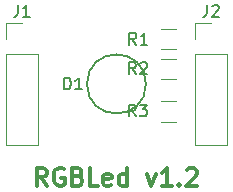
<source format=gbr>
G04 #@! TF.GenerationSoftware,KiCad,Pcbnew,(5.0.0)*
G04 #@! TF.CreationDate,2019-05-30T11:47:06+02:00*
G04 #@! TF.ProjectId,RGBLed_MDversion,5247424C65645F4D4476657273696F6E,rev?*
G04 #@! TF.SameCoordinates,Original*
G04 #@! TF.FileFunction,Legend,Top*
G04 #@! TF.FilePolarity,Positive*
%FSLAX46Y46*%
G04 Gerber Fmt 4.6, Leading zero omitted, Abs format (unit mm)*
G04 Created by KiCad (PCBNEW (5.0.0)) date 05/30/19 11:47:06*
%MOMM*%
%LPD*%
G01*
G04 APERTURE LIST*
%ADD10C,0.300000*%
%ADD11C,0.120000*%
%ADD12C,0.150000*%
G04 APERTURE END LIST*
D10*
X144107142Y-103608571D02*
X143607142Y-102894285D01*
X143250000Y-103608571D02*
X143250000Y-102108571D01*
X143821428Y-102108571D01*
X143964285Y-102180000D01*
X144035714Y-102251428D01*
X144107142Y-102394285D01*
X144107142Y-102608571D01*
X144035714Y-102751428D01*
X143964285Y-102822857D01*
X143821428Y-102894285D01*
X143250000Y-102894285D01*
X145535714Y-102180000D02*
X145392857Y-102108571D01*
X145178571Y-102108571D01*
X144964285Y-102180000D01*
X144821428Y-102322857D01*
X144750000Y-102465714D01*
X144678571Y-102751428D01*
X144678571Y-102965714D01*
X144750000Y-103251428D01*
X144821428Y-103394285D01*
X144964285Y-103537142D01*
X145178571Y-103608571D01*
X145321428Y-103608571D01*
X145535714Y-103537142D01*
X145607142Y-103465714D01*
X145607142Y-102965714D01*
X145321428Y-102965714D01*
X146750000Y-102822857D02*
X146964285Y-102894285D01*
X147035714Y-102965714D01*
X147107142Y-103108571D01*
X147107142Y-103322857D01*
X147035714Y-103465714D01*
X146964285Y-103537142D01*
X146821428Y-103608571D01*
X146250000Y-103608571D01*
X146250000Y-102108571D01*
X146750000Y-102108571D01*
X146892857Y-102180000D01*
X146964285Y-102251428D01*
X147035714Y-102394285D01*
X147035714Y-102537142D01*
X146964285Y-102680000D01*
X146892857Y-102751428D01*
X146750000Y-102822857D01*
X146250000Y-102822857D01*
X148464285Y-103608571D02*
X147750000Y-103608571D01*
X147750000Y-102108571D01*
X149535714Y-103537142D02*
X149392857Y-103608571D01*
X149107142Y-103608571D01*
X148964285Y-103537142D01*
X148892857Y-103394285D01*
X148892857Y-102822857D01*
X148964285Y-102680000D01*
X149107142Y-102608571D01*
X149392857Y-102608571D01*
X149535714Y-102680000D01*
X149607142Y-102822857D01*
X149607142Y-102965714D01*
X148892857Y-103108571D01*
X150892857Y-103608571D02*
X150892857Y-102108571D01*
X150892857Y-103537142D02*
X150750000Y-103608571D01*
X150464285Y-103608571D01*
X150321428Y-103537142D01*
X150250000Y-103465714D01*
X150178571Y-103322857D01*
X150178571Y-102894285D01*
X150250000Y-102751428D01*
X150321428Y-102680000D01*
X150464285Y-102608571D01*
X150750000Y-102608571D01*
X150892857Y-102680000D01*
X152607142Y-102608571D02*
X152964285Y-103608571D01*
X153321428Y-102608571D01*
X154678571Y-103608571D02*
X153821428Y-103608571D01*
X154250000Y-103608571D02*
X154250000Y-102108571D01*
X154107142Y-102322857D01*
X153964285Y-102465714D01*
X153821428Y-102537142D01*
X155321428Y-103465714D02*
X155392857Y-103537142D01*
X155321428Y-103608571D01*
X155250000Y-103537142D01*
X155321428Y-103465714D01*
X155321428Y-103608571D01*
X155964285Y-102251428D02*
X156035714Y-102180000D01*
X156178571Y-102108571D01*
X156535714Y-102108571D01*
X156678571Y-102180000D01*
X156750000Y-102251428D01*
X156821428Y-102394285D01*
X156821428Y-102537142D01*
X156750000Y-102751428D01*
X155892857Y-103608571D01*
X156821428Y-103608571D01*
D11*
G04 #@! TO.C,R2*
X153800000Y-92850000D02*
X155000000Y-92850000D01*
X155000000Y-94610000D02*
X153800000Y-94610000D01*
D12*
G04 #@! TO.C,D1*
X152500000Y-95000000D02*
G75*
G03X152500000Y-95000000I-2500000J0D01*
G01*
D11*
G04 #@! TO.C,R1*
X155000000Y-92080000D02*
X153800000Y-92080000D01*
X153800000Y-90320000D02*
X155000000Y-90320000D01*
G04 #@! TO.C,R3*
X155000000Y-98180000D02*
X153800000Y-98180000D01*
X153800000Y-96420000D02*
X155000000Y-96420000D01*
G04 #@! TO.C,J1*
X140670000Y-89860000D02*
X142000000Y-89860000D01*
X140670000Y-91190000D02*
X140670000Y-89860000D01*
X143330000Y-92460000D02*
X140670000Y-92460000D01*
X143330000Y-100140000D02*
X143330000Y-92460000D01*
X140670000Y-100140000D02*
X143330000Y-100140000D01*
X140670000Y-92460000D02*
X140670000Y-100140000D01*
G04 #@! TO.C,J2*
X156670000Y-92460000D02*
X156670000Y-100140000D01*
X156670000Y-100140000D02*
X159330000Y-100140000D01*
X159330000Y-100140000D02*
X159330000Y-92460000D01*
X159330000Y-92460000D02*
X156670000Y-92460000D01*
X156670000Y-91190000D02*
X156670000Y-89860000D01*
X156670000Y-89860000D02*
X158000000Y-89860000D01*
G04 #@! TO.C,R2*
D12*
X151653333Y-94162380D02*
X151320000Y-93686190D01*
X151081904Y-94162380D02*
X151081904Y-93162380D01*
X151462857Y-93162380D01*
X151558095Y-93210000D01*
X151605714Y-93257619D01*
X151653333Y-93352857D01*
X151653333Y-93495714D01*
X151605714Y-93590952D01*
X151558095Y-93638571D01*
X151462857Y-93686190D01*
X151081904Y-93686190D01*
X152034285Y-93257619D02*
X152081904Y-93210000D01*
X152177142Y-93162380D01*
X152415238Y-93162380D01*
X152510476Y-93210000D01*
X152558095Y-93257619D01*
X152605714Y-93352857D01*
X152605714Y-93448095D01*
X152558095Y-93590952D01*
X151986666Y-94162380D01*
X152605714Y-94162380D01*
G04 #@! TO.C,D1*
X145561904Y-95462380D02*
X145561904Y-94462380D01*
X145800000Y-94462380D01*
X145942857Y-94510000D01*
X146038095Y-94605238D01*
X146085714Y-94700476D01*
X146133333Y-94890952D01*
X146133333Y-95033809D01*
X146085714Y-95224285D01*
X146038095Y-95319523D01*
X145942857Y-95414761D01*
X145800000Y-95462380D01*
X145561904Y-95462380D01*
X147085714Y-95462380D02*
X146514285Y-95462380D01*
X146800000Y-95462380D02*
X146800000Y-94462380D01*
X146704761Y-94605238D01*
X146609523Y-94700476D01*
X146514285Y-94748095D01*
G04 #@! TO.C,R1*
X151673333Y-91672380D02*
X151340000Y-91196190D01*
X151101904Y-91672380D02*
X151101904Y-90672380D01*
X151482857Y-90672380D01*
X151578095Y-90720000D01*
X151625714Y-90767619D01*
X151673333Y-90862857D01*
X151673333Y-91005714D01*
X151625714Y-91100952D01*
X151578095Y-91148571D01*
X151482857Y-91196190D01*
X151101904Y-91196190D01*
X152625714Y-91672380D02*
X152054285Y-91672380D01*
X152340000Y-91672380D02*
X152340000Y-90672380D01*
X152244761Y-90815238D01*
X152149523Y-90910476D01*
X152054285Y-90958095D01*
G04 #@! TO.C,R3*
X151633333Y-97742380D02*
X151300000Y-97266190D01*
X151061904Y-97742380D02*
X151061904Y-96742380D01*
X151442857Y-96742380D01*
X151538095Y-96790000D01*
X151585714Y-96837619D01*
X151633333Y-96932857D01*
X151633333Y-97075714D01*
X151585714Y-97170952D01*
X151538095Y-97218571D01*
X151442857Y-97266190D01*
X151061904Y-97266190D01*
X151966666Y-96742380D02*
X152585714Y-96742380D01*
X152252380Y-97123333D01*
X152395238Y-97123333D01*
X152490476Y-97170952D01*
X152538095Y-97218571D01*
X152585714Y-97313809D01*
X152585714Y-97551904D01*
X152538095Y-97647142D01*
X152490476Y-97694761D01*
X152395238Y-97742380D01*
X152109523Y-97742380D01*
X152014285Y-97694761D01*
X151966666Y-97647142D01*
G04 #@! TO.C,J1*
X141666666Y-88312380D02*
X141666666Y-89026666D01*
X141619047Y-89169523D01*
X141523809Y-89264761D01*
X141380952Y-89312380D01*
X141285714Y-89312380D01*
X142666666Y-89312380D02*
X142095238Y-89312380D01*
X142380952Y-89312380D02*
X142380952Y-88312380D01*
X142285714Y-88455238D01*
X142190476Y-88550476D01*
X142095238Y-88598095D01*
G04 #@! TO.C,J2*
X157666666Y-88312380D02*
X157666666Y-89026666D01*
X157619047Y-89169523D01*
X157523809Y-89264761D01*
X157380952Y-89312380D01*
X157285714Y-89312380D01*
X158095238Y-88407619D02*
X158142857Y-88360000D01*
X158238095Y-88312380D01*
X158476190Y-88312380D01*
X158571428Y-88360000D01*
X158619047Y-88407619D01*
X158666666Y-88502857D01*
X158666666Y-88598095D01*
X158619047Y-88740952D01*
X158047619Y-89312380D01*
X158666666Y-89312380D01*
G04 #@! TD*
M02*

</source>
